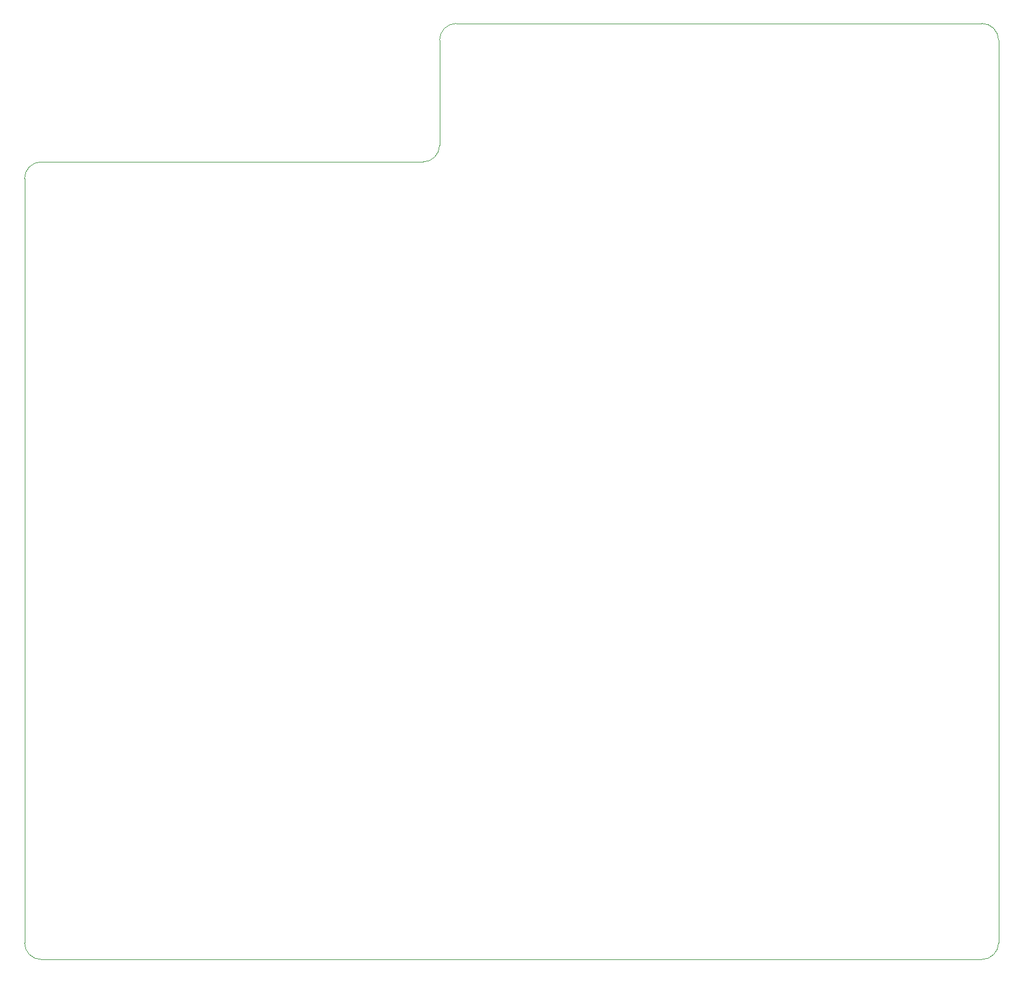
<source format=gm1>
G04 #@! TF.GenerationSoftware,KiCad,Pcbnew,(5.1.5)-3*
G04 #@! TF.CreationDate,2020-03-03T22:43:45-06:00*
G04 #@! TF.ProjectId,MigitePad,4d696769-7465-4506-9164-2e6b69636164,rev?*
G04 #@! TF.SameCoordinates,Original*
G04 #@! TF.FileFunction,Profile,NP*
%FSLAX46Y46*%
G04 Gerber Fmt 4.6, Leading zero omitted, Abs format (unit mm)*
G04 Created by KiCad (PCBNEW (5.1.5)-3) date 2020-03-03 22:43:45*
%MOMM*%
%LPD*%
G04 APERTURE LIST*
%ADD10C,0.050000*%
G04 APERTURE END LIST*
D10*
X201326750Y-30194250D02*
G75*
G02X203708000Y-32575500I0J-2381250D01*
G01*
X203708000Y-52419250D02*
X203708000Y-32575500D01*
X125920500Y-30194250D02*
X201326750Y-30194250D01*
X123539250Y-32575500D02*
G75*
G02X125920500Y-30194250I2381250J0D01*
G01*
X123539250Y-47656750D02*
X123539250Y-32575500D01*
X123539250Y-47656750D02*
G75*
G02X121158000Y-50038000I-2381250J0D01*
G01*
X66389250Y-50038000D02*
X121158000Y-50038000D01*
X203708000Y-161956750D02*
X203708000Y-52419250D01*
X66389250Y-164338000D02*
X201326750Y-164338000D01*
X64008000Y-52419250D02*
X64008000Y-161956750D01*
X64008000Y-52419250D02*
G75*
G02X66389250Y-50038000I2381250J0D01*
G01*
X203708000Y-161956750D02*
G75*
G02X201326750Y-164338000I-2381250J0D01*
G01*
X66389250Y-164338000D02*
G75*
G02X64008000Y-161956750I0J2381250D01*
G01*
M02*

</source>
